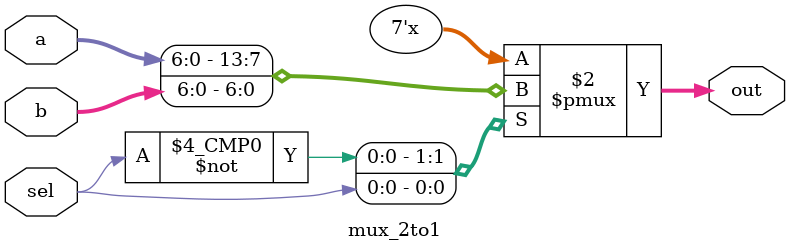
<source format=v>


module mux_2to1( input [6:0] a,                 // 7-bit input called a  
                       input [6:0] b,                 // 7-bit input called b  
                       input sel,               // input sel used to select between a,b
                       output reg [6:0] out);         // 7-bit output based on input sel  
  
   // This always block gets executed whenever a/b/sel changes value  
   // When it happens, output is assigned to either a/b
   always @ (a,b,sel) begin  
      case (sel)  
         1'b0 : out <= a;  //sel 0 choose A
         1'b1 : out <= b;  //sel 1 choose B
 
      endcase  
   end  
endmodule  

</source>
